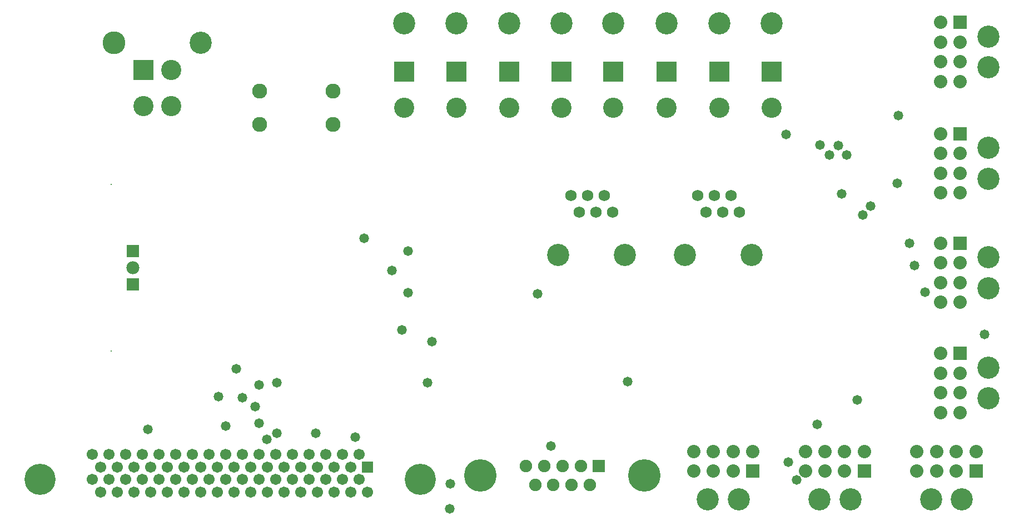
<source format=gbs>
%FSLAX23Y23*%
%MOIN*%
G70*
G01*
G75*
%ADD10R,0.060X0.650*%
%ADD11R,1.000X0.320*%
%ADD12R,0.070X0.070*%
%ADD13R,0.063X0.071*%
%ADD14R,0.030X0.045*%
%ADD15R,0.090X0.170*%
%ADD16C,0.040*%
%ADD17C,0.010*%
%ADD18C,0.080*%
%ADD19C,0.150*%
%ADD20C,0.060*%
%ADD21C,0.050*%
%ADD22C,0.072*%
%ADD23C,0.070*%
%ADD24C,0.059*%
%ADD25C,0.059*%
%ADD26C,0.179*%
%ADD27R,0.059X0.059*%
%ADD28C,0.067*%
%ADD29C,0.067*%
%ADD30R,0.067X0.067*%
%ADD31C,0.187*%
%ADD32C,0.187*%
%ADD33C,0.060*%
%ADD34R,0.072X0.072*%
%ADD35R,0.113X0.113*%
%ADD36C,0.082*%
%ADD37C,0.113*%
%ADD38C,0.125*%
%ADD39C,0.129*%
%ADD40C,0.050*%
%ADD41C,0.008*%
%ADD42C,0.006*%
%ADD43R,0.312X0.837*%
%ADD44R,0.068X0.658*%
%ADD45R,1.008X0.328*%
%ADD46R,0.078X0.078*%
%ADD47R,0.071X0.079*%
%ADD48R,0.038X0.053*%
%ADD49R,0.098X0.178*%
%ADD50C,0.080*%
%ADD51C,0.078*%
%ADD52C,0.008*%
%ADD53C,0.067*%
%ADD54C,0.067*%
%ADD55C,0.187*%
%ADD56R,0.067X0.067*%
%ADD57C,0.075*%
%ADD58C,0.075*%
%ADD59R,0.075X0.075*%
%ADD60C,0.195*%
%ADD61C,0.195*%
%ADD62C,0.068*%
%ADD63R,0.080X0.080*%
%ADD64R,0.121X0.121*%
%ADD65C,0.090*%
%ADD66C,0.121*%
%ADD67C,0.133*%
%ADD68C,0.137*%
%ADD69C,0.058*%
D46*
X-920Y2800D02*
D03*
Y3000D02*
D03*
D50*
X4016Y1679D02*
D03*
X3922Y3349D02*
D03*
Y3467D02*
D03*
Y3585D02*
D03*
X3922Y2693D02*
D03*
Y2811D02*
D03*
Y2929D02*
D03*
X3898Y1679D02*
D03*
X4040Y3467D02*
D03*
X4040Y2811D02*
D03*
X3780Y1679D02*
D03*
X4040Y3349D02*
D03*
X4040Y2693D02*
D03*
X3111Y1797D02*
D03*
X2442D02*
D03*
X3922Y2031D02*
D03*
Y2267D02*
D03*
X4040Y2031D02*
D03*
X3922Y4018D02*
D03*
Y4254D02*
D03*
X4040Y4018D02*
D03*
X3229Y1679D02*
D03*
X3465Y1797D02*
D03*
X2560Y1679D02*
D03*
X2796Y1797D02*
D03*
X4040Y4254D02*
D03*
X3229Y1797D02*
D03*
X2560D02*
D03*
X3922Y2149D02*
D03*
Y2385D02*
D03*
X4040Y2149D02*
D03*
X3922Y4136D02*
D03*
Y4373D02*
D03*
X4040Y4136D02*
D03*
X3111Y1679D02*
D03*
X3347D02*
D03*
Y1797D02*
D03*
X2442Y1679D02*
D03*
X2678D02*
D03*
Y1797D02*
D03*
X4040Y2267D02*
D03*
X4134Y1797D02*
D03*
X3922Y3703D02*
D03*
X3922Y3047D02*
D03*
X4016Y1797D02*
D03*
X3898D02*
D03*
X3780D02*
D03*
X4040Y2929D02*
D03*
X4040Y3585D02*
D03*
D51*
X-920Y2900D02*
D03*
D52*
X-1050Y2400D02*
D03*
Y3400D02*
D03*
D53*
X337Y1779D02*
D03*
X287Y1704D02*
D03*
X-413D02*
D03*
X-463Y1779D02*
D03*
X-513Y1704D02*
D03*
X-613D02*
D03*
X-663Y1779D02*
D03*
X-713Y1704D02*
D03*
X-763Y1779D02*
D03*
X-913Y1704D02*
D03*
X-963Y1779D02*
D03*
X-1013Y1704D02*
D03*
X-1063Y1779D02*
D03*
X-563D02*
D03*
X-1163Y1629D02*
D03*
X-1113Y1554D02*
D03*
Y1704D02*
D03*
X37Y1629D02*
D03*
X87Y1554D02*
D03*
X37Y1779D02*
D03*
X87Y1704D02*
D03*
X287Y1554D02*
D03*
X337Y1629D02*
D03*
X-613Y1554D02*
D03*
X-663Y1629D02*
D03*
X-713Y1554D02*
D03*
X-763Y1629D02*
D03*
X-413Y1554D02*
D03*
X-463Y1629D02*
D03*
X-513Y1554D02*
D03*
X-563Y1629D02*
D03*
X-913Y1554D02*
D03*
X-963Y1629D02*
D03*
X-1013Y1554D02*
D03*
X-1063Y1629D02*
D03*
X437Y1779D02*
D03*
X387Y1704D02*
D03*
X237Y1779D02*
D03*
X187Y1704D02*
D03*
X137Y1779D02*
D03*
X-13Y1704D02*
D03*
X-63Y1779D02*
D03*
X-113Y1704D02*
D03*
X-163Y1779D02*
D03*
X-213Y1704D02*
D03*
X-263Y1779D02*
D03*
X-313Y1704D02*
D03*
X-363Y1779D02*
D03*
X-813Y1704D02*
D03*
X-863Y1779D02*
D03*
X487Y1554D02*
D03*
X437Y1629D02*
D03*
X387Y1554D02*
D03*
X237Y1629D02*
D03*
X187Y1554D02*
D03*
X137Y1629D02*
D03*
X-13Y1554D02*
D03*
X-63Y1629D02*
D03*
X-113Y1554D02*
D03*
X-213D02*
D03*
X-263Y1629D02*
D03*
X-313Y1554D02*
D03*
X-363Y1629D02*
D03*
X-813Y1554D02*
D03*
X-863Y1629D02*
D03*
D54*
X-1163Y1779D02*
D03*
X-163Y1629D02*
D03*
D55*
X802D02*
D03*
X-1478D02*
D03*
D56*
X487Y1704D02*
D03*
D57*
X1437Y1709D02*
D03*
X1491Y1597D02*
D03*
X1546Y1709D02*
D03*
X1600Y1597D02*
D03*
X1710D02*
D03*
X1764Y1709D02*
D03*
X1819Y1597D02*
D03*
D58*
X1655Y1709D02*
D03*
D59*
X1873D02*
D03*
D60*
X2147Y1653D02*
D03*
D61*
X1163D02*
D03*
D62*
X1904Y3332D02*
D03*
X1854Y3232D02*
D03*
X1704Y3332D02*
D03*
X2664D02*
D03*
X2614Y3232D02*
D03*
X2464Y3332D02*
D03*
X2564D02*
D03*
X1804D02*
D03*
X2514Y3232D02*
D03*
X1754D02*
D03*
X2714D02*
D03*
X1954D02*
D03*
D63*
X3465Y1679D02*
D03*
X2796D02*
D03*
X4040Y4373D02*
D03*
Y3047D02*
D03*
X4040Y3703D02*
D03*
X4134Y1679D02*
D03*
X4040Y2385D02*
D03*
D64*
X705Y4078D02*
D03*
X1335D02*
D03*
X1020D02*
D03*
X2280D02*
D03*
X1960D02*
D03*
X1650D02*
D03*
X-858Y4086D02*
D03*
X2910Y4078D02*
D03*
X2595D02*
D03*
D65*
X280Y3760D02*
D03*
Y3960D02*
D03*
X-160D02*
D03*
Y3760D02*
D03*
D66*
X705Y3861D02*
D03*
X1335D02*
D03*
X1020D02*
D03*
X2280D02*
D03*
X1960D02*
D03*
X1650D02*
D03*
X-692Y3869D02*
D03*
X-858D02*
D03*
X-692Y4086D02*
D03*
X2910Y3861D02*
D03*
X2595D02*
D03*
D67*
X705Y4365D02*
D03*
X1335D02*
D03*
X2280D02*
D03*
X1960D02*
D03*
X1650D02*
D03*
X2789Y2977D02*
D03*
X2029D02*
D03*
X1629D02*
D03*
X4210Y4103D02*
D03*
X2712Y1509D02*
D03*
X2527D02*
D03*
X4210Y2963D02*
D03*
Y2778D02*
D03*
X4210Y3619D02*
D03*
Y3434D02*
D03*
X3381Y1509D02*
D03*
X3196D02*
D03*
X4210Y2116D02*
D03*
X4050Y1509D02*
D03*
X3865D02*
D03*
X1020Y4365D02*
D03*
X2389Y2977D02*
D03*
X4210Y4288D02*
D03*
Y2301D02*
D03*
X-515Y4251D02*
D03*
X2910Y4365D02*
D03*
X2595D02*
D03*
D68*
X-1035Y4251D02*
D03*
D69*
X4184Y2501D02*
D03*
X464Y3078D02*
D03*
X-832Y1930D02*
D03*
X632Y2882D02*
D03*
X691Y2526D02*
D03*
X979Y1454D02*
D03*
X982Y1604D02*
D03*
X873Y2455D02*
D03*
X3183Y1961D02*
D03*
X845Y2211D02*
D03*
X-57D02*
D03*
Y1908D02*
D03*
X729Y2751D02*
D03*
Y3000D02*
D03*
X-163Y2196D02*
D03*
X2044Y2217D02*
D03*
X-363Y1950D02*
D03*
X-302Y2294D02*
D03*
X1585Y1830D02*
D03*
X413Y1882D02*
D03*
X-163Y1965D02*
D03*
X3830Y2752D02*
D03*
X3009Y1732D02*
D03*
X177Y1906D02*
D03*
X3423Y2107D02*
D03*
X-263Y2121D02*
D03*
X-408Y2125D02*
D03*
X-118Y1870D02*
D03*
X3060Y1627D02*
D03*
X-188Y2065D02*
D03*
X3457Y3215D02*
D03*
X3503Y3269D02*
D03*
X3764Y2912D02*
D03*
X3329Y3344D02*
D03*
X1504Y2743D02*
D03*
X3359Y3577D02*
D03*
X3310Y3634D02*
D03*
X3255Y3577D02*
D03*
X3200Y3635D02*
D03*
X3663Y3408D02*
D03*
X3737Y3047D02*
D03*
X3669Y3812D02*
D03*
X2995Y3700D02*
D03*
M02*

</source>
